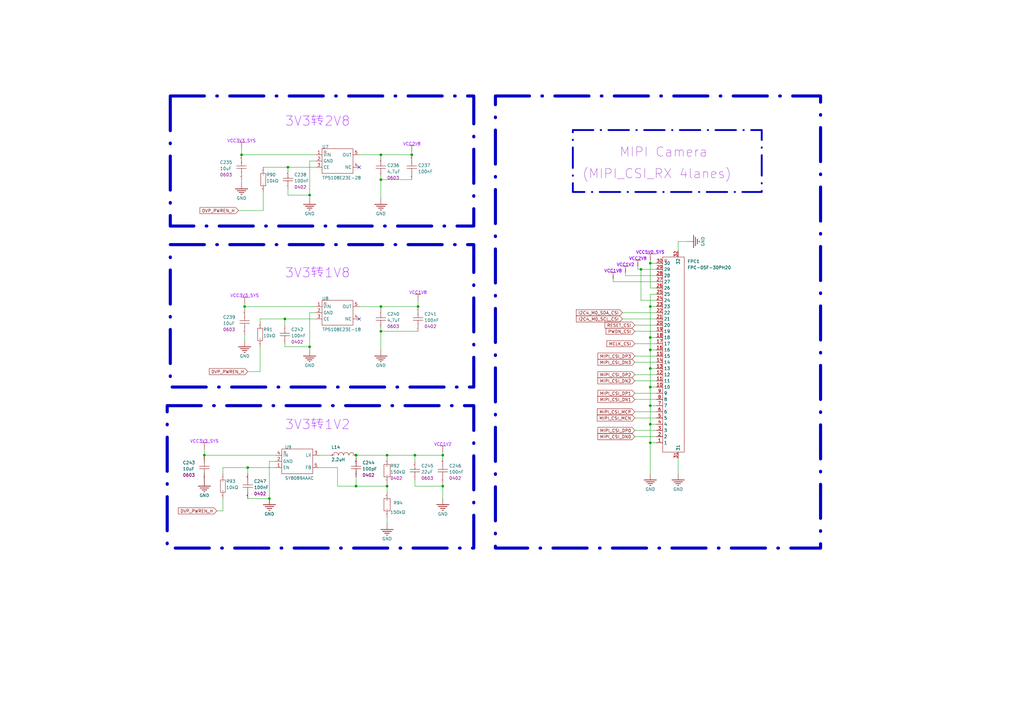
<source format=kicad_sch>
(kicad_sch (version 20250114) (generator "eeschema") (generator_version "9.0")
  (paper "A3")
  (lib_symbols
    (symbol "Ground-GND_1" (power) (pin_numbers (hide yes)) (pin_names (hide yes))
      (property "Value" "GND" (at 0 -6.35 0))
      (symbol "Ground-GND_1_1_0"
        (polyline (pts (xy -2.54 -2.54) (xy 2.54 -2.54)) (stroke (width 0.254)))
        (polyline (pts (xy -1.778 -3.302) (xy 1.778 -3.302)) (stroke (width 0.254)))
        (polyline (pts (xy -1.016 -4.064) (xy 1.016 -4.064)) (stroke (width 0.254)))
        (polyline (pts (xy -0.254 -4.826) (xy 0.254 -4.826)) (stroke (width 0.254)))
        (pin power_in line (at 0 0 270) (length 2.54) (name "") (number "1"))
      )
    )
    (symbol "Ground-GND_2" (power) (pin_numbers (hide yes)) (pin_names (hide yes))
      (property "Value" "GND" (at 0 -6.35 0))
      (symbol "Ground-GND_2_1_0"
        (polyline (pts (xy -2.54 -2.54) (xy 2.54 -2.54)) (stroke (width 0.254)))
        (polyline (pts (xy -1.778 -3.302) (xy 1.778 -3.302)) (stroke (width 0.254)))
        (polyline (pts (xy -1.016 -4.064) (xy 1.016 -4.064)) (stroke (width 0.254)))
        (polyline (pts (xy -0.254 -4.826) (xy 0.254 -4.826)) (stroke (width 0.254)))
        (pin power_in line (at 0 0 270) (length 2.54) (name "") (number "1"))
      )
    )
    (symbol "Ground-GND_3" (power) (pin_numbers (hide yes)) (pin_names (hide yes))
      (property "Value" "GND" (at 0 -6.35 0))
      (symbol "Ground-GND_3_1_0"
        (polyline (pts (xy -2.54 -2.54) (xy 2.54 -2.54)) (stroke (width 0.254)))
        (polyline (pts (xy -1.778 -3.302) (xy 1.778 -3.302)) (stroke (width 0.254)))
        (polyline (pts (xy -1.016 -4.064) (xy 1.016 -4.064)) (stroke (width 0.254)))
        (polyline (pts (xy -0.254 -4.826) (xy 0.254 -4.826)) (stroke (width 0.254)))
        (pin power_in line (at 0 0 270) (length 2.54) (name "") (number "1"))
      )
    )
    (symbol "Ground-GND_4" (power) (pin_numbers (hide yes)) (pin_names (hide yes))
      (property "Value" "GND" (at 0 -6.35 0))
      (symbol "Ground-GND_4_1_0"
        (polyline (pts (xy -2.54 -2.54) (xy 2.54 -2.54)) (stroke (width 0.254)))
        (polyline (pts (xy -1.778 -3.302) (xy 1.778 -3.302)) (stroke (width 0.254)))
        (polyline (pts (xy -1.016 -4.064) (xy 1.016 -4.064)) (stroke (width 0.254)))
        (polyline (pts (xy -0.254 -4.826) (xy 0.254 -4.826)) (stroke (width 0.254)))
        (pin power_in line (at 0 0 270) (length 2.54) (name "") (number "1"))
      )
    )
    (symbol "LCSC Taish-easyedapro:0402CG101J500NT"
      (property "Reference" "C" (at 0 0 0))
      (symbol "0402CG101J500NT_1_0"
        (polyline (pts (xy -1.27 0) (xy -0.508 0)))
        (polyline (pts (xy -0.508 2.032) (xy -0.508 -2.032)))
        (polyline (pts (xy 0.508 2.032) (xy 0.508 -2.032)))
        (polyline (pts (xy 0.508 0) (xy 1.27 0)))
        (pin input line (at -3.81 0 0) (length 2.54) (name "1") (number "1"))
        (pin input line (at 3.81 0 180) (length 2.54) (name "2") (number "2"))
      )
    )
    (symbol "LCSC Taish-easyedapro:0603X106M100"
      (property "Reference" "C" (at 0 0 0))
      (symbol "0603X106M100_1_0"
        (polyline (pts (xy -0.508 0) (xy -2.54 0)))
        (polyline (pts (xy -0.508 -2.032) (xy -0.508 2.032)))
        (polyline (pts (xy 0.508 2.032) (xy 0.508 -2.032)))
        (polyline (pts (xy 2.54 0) (xy 0.508 0)))
        (pin input line (at -5.08 0 0) (length 2.54) (name "1") (number "1"))
        (pin input line (at 5.08 0 180) (length 2.54) (name "2") (number "2"))
      )
    )
    (symbol "LCSC Taish-easyedapro:CL05B104KB54PNC"
      (property "Reference" "C" (at 0 0 0))
      (symbol "CL05B104KB54PNC_1_0"
        (polyline (pts (xy -0.508 2.032) (xy -0.508 -2.032)))
        (polyline (pts (xy -0.508 0) (xy -2.54 0)))
        (polyline (pts (xy 0.508 -2.032) (xy 0.508 2.032)))
        (polyline (pts (xy 2.54 0) (xy 0.508 0)))
        (pin input line (at -5.08 0 0) (length 2.54) (name "1") (number "1"))
        (pin input line (at 5.08 0 180) (length 2.54) (name "2") (number "2"))
      )
    )
    (symbol "LCSC Taish-easyedapro:CL05B104KO5NNNC"
      (property "Reference" "C" (at 0 0 0))
      (symbol "CL05B104KO5NNNC_1_0"
        (polyline (pts (xy -1.27 0) (xy -0.508 0)))
        (polyline (pts (xy -0.508 2.032) (xy -0.508 -2.032)))
        (polyline (pts (xy 0.508 2.032) (xy 0.508 -2.032)))
        (polyline (pts (xy 0.508 0) (xy 1.27 0)))
        (pin input line (at -3.81 0 0) (length 2.54) (name "1") (number "1"))
        (pin input line (at 3.81 0 180) (length 2.54) (name "2") (number "2"))
      )
    )
    (symbol "LCSC Taish-easyedapro:CL10A475KO8NNNC"
      (property "Reference" "C" (at 0 0 0))
      (symbol "CL10A475KO8NNNC_1_0"
        (polyline (pts (xy -1.27 0) (xy -0.508 0)))
        (polyline (pts (xy -0.508 2.032) (xy -0.508 -2.032)))
        (polyline (pts (xy 0.508 2.032) (xy 0.508 -2.032)))
        (polyline (pts (xy 0.508 0) (xy 1.27 0)))
        (pin input line (at -3.81 0 0) (length 2.54) (name "1") (number "1"))
        (pin input line (at 3.81 0 180) (length 2.54) (name "2") (number "2"))
      )
    )
    (symbol "LCSC Taish-easyedapro:CRCW040210K0FKED"
      (property "Reference" "R" (at 0 0 0))
      (symbol "CRCW040210K0FKED_1_0"
        (rectangle (start -2.54 -1.016) (end 2.54 1.016))
        (pin input line (at -5.08 0 0) (length 2.54) (name "1") (number "1"))
        (pin input line (at 5.08 0 180) (length 2.54) (name "2") (number "2"))
      )
    )
    (symbol "LCSC Taish-easyedapro:ERJ2RKF1503X"
      (property "Reference" "R" (at 0 0 0))
      (symbol "ERJ2RKF1503X_1_0"
        (rectangle (start -2.54 -1.27) (end 2.54 1.27))
        (pin input line (at -5.08 0 0) (length 2.54) (name "1") (number "1"))
        (pin input line (at 5.08 0 180) (length 2.54) (name "2") (number "2"))
      )
    )
    (symbol "LCSC Taish-easyedapro:FPC-05F-30PH20"
      (symbol "FPC-05F-30PH20_1_0"
        (rectangle (start -2.54 -39.37) (end 6.35 40.64))
        (circle (center -1.27 39.37) (radius 0.381))
        (pin input line (at -5.08 38.1 0) (length 2.54) (name "30") (number "30"))
        (pin input line (at -5.08 35.56 0) (length 2.54) (name "29") (number "29"))
        (pin input line (at -5.08 33.02 0) (length 2.54) (name "28") (number "28"))
        (pin input line (at -5.08 30.48 0) (length 2.54) (name "27") (number "27"))
        (pin input line (at -5.08 27.94 0) (length 2.54) (name "26") (number "26"))
        (pin input line (at -5.08 25.4 0) (length 2.54) (name "25") (number "25"))
        (pin input line (at -5.08 22.86 0) (length 2.54) (name "24") (number "24"))
        (pin input line (at -5.08 20.32 0) (length 2.54) (name "23") (number "23"))
        (pin input line (at -5.08 17.78 0) (length 2.54) (name "22") (number "22"))
        (pin input line (at -5.08 15.24 0) (length 2.54) (name "21") (number "21"))
        (pin input line (at -5.08 12.7 0) (length 2.54) (name "20") (number "20"))
        (pin input line (at -5.08 10.16 0) (length 2.54) (name "19") (number "19"))
        (pin input line (at -5.08 7.62 0) (length 2.54) (name "18") (number "18"))
        (pin input line (at -5.08 5.08 0) (length 2.54) (name "17") (number "17"))
        (pin input line (at -5.08 2.54 0) (length 2.54) (name "16") (number "16"))
        (pin input line (at -5.08 0 0) (length 2.54) (name "15") (number "15"))
        (pin input line (at -5.08 -2.54 0) (length 2.54) (name "14") (number "14"))
        (pin input line (at -5.08 -5.08 0) (length 2.54) (name "13") (number "13"))
        (pin input line (at -5.08 -7.62 0) (length 2.54) (name "12") (number "12"))
        (pin input line (at -5.08 -10.16 0) (length 2.54) (name "11") (number "11"))
        (pin input line (at -5.08 -12.7 0) (length 2.54) (name "10") (number "10"))
        (pin input line (at -5.08 -15.24 0) (length 2.54) (name "9") (number "9"))
        (pin input line (at -5.08 -17.78 0) (length 2.54) (name "8") (number "8"))
        (pin input line (at -5.08 -20.32 0) (length 2.54) (name "7") (number "7"))
        (pin input line (at -5.08 -22.86 0) (length 2.54) (name "6") (number "6"))
        (pin input line (at -5.08 -25.4 0) (length 2.54) (name "5") (number "5"))
        (pin input line (at -5.08 -27.94 0) (length 2.54) (name "4") (number "4"))
        (pin input line (at -5.08 -30.48 0) (length 2.54) (name "3") (number "3"))
        (pin input line (at -5.08 -33.02 0) (length 2.54) (name "2") (number "2"))
        (pin input line (at -5.08 -35.56 0) (length 2.54) (name "1") (number "1"))
        (pin input line (at 3.81 43.18 270) (length 2.54) (name "32") (number "32"))
        (pin input line (at 3.81 -41.91 90) (length 2.54) (name "31") (number "31"))
      )
    )
    (symbol "LCSC Taish-easyedapro:GRT188R61A226ME13D"
      (property "Reference" "C" (at 0 0 0))
      (symbol "GRT188R61A226ME13D_1_0"
        (polyline (pts (xy -1.27 0) (xy -0.508 0)))
        (polyline (pts (xy -0.508 2.032) (xy -0.508 -2.032)))
        (polyline (pts (xy 0.508 2.032) (xy 0.508 -2.032)))
        (polyline (pts (xy 0.508 0) (xy 1.27 0)))
        (pin input line (at -3.81 0 0) (length 2.54) (name "1") (number "1"))
        (pin input line (at 3.81 0 180) (length 2.54) (name "2") (number "2"))
      )
    )
    (symbol "LCSC Taish-easyedapro:Ground-GND" (power) (pin_numbers (hide yes)) (pin_names (hide yes))
      (symbol "Ground-GND_1_0"
        (polyline (pts (xy -2.54 -2.54) (xy 2.54 -2.54)) (stroke (width 0.254)))
        (polyline (pts (xy -1.778 -3.302) (xy 1.778 -3.302)) (stroke (width 0.254)))
        (polyline (pts (xy -1.016 -4.064) (xy 1.016 -4.064)) (stroke (width 0.254)))
        (polyline (pts (xy -0.254 -4.826) (xy 0.254 -4.826)) (stroke (width 0.254)))
        (pin power_in line (at 0 0 270) (length 2.54) (name "GND") (number "1"))
      )
    )
    (symbol "LCSC Taish-easyedapro:Power-VCC" (power) (pin_numbers (hide yes)) (pin_names (hide yes))
      (symbol "Power-VCC_1_0"
        (polyline (pts (xy -1.27 2.54) (xy 1.27 2.54)))
        (polyline (pts (xy 0 2.54) (xy 0 1.27)))
        (pin power_in line (at 0 0 90) (length 1.27) (name "VCC1V8") (number "1"))
      )
    )
    (symbol "LCSC Taish-easyedapro:SWPA3015S2R2MT"
      (property "Reference" "L" (at 0 0 0))
      (symbol "SWPA3015S2R2MT_1_0"
        (arc (start -4.2672 0) (mid -3.2512 1.0922) (end -2.2606 0))
        (arc (start -2.1082 0) (mid -1.1176 1.0922) (end -0.1016 0))
        (arc (start 0 0) (mid 1.016 1.0922) (end 2.032 0))
        (arc (start 2.2098 0) (mid 3.2004 1.0922) (end 4.2164 0))
        (pin input line (at -5.08 0 0) (length 0.762) (name "1") (number "1"))
        (pin input line (at 5.08 0 180) (length 0.762) (name "2") (number "2"))
      )
    )
    (symbol "LCSC Taish-easyedapro:SY8089AAC"
      (symbol "SY8089AAC_1_0"
        (rectangle (start -6.35 -5.08) (end 6.35 5.08))
        (circle (center -5.08 3.81) (radius 0.381))
        (pin input line (at -8.89 2.54 0) (length 2.54) (name "IN") (number "4"))
        (pin input line (at -8.89 0 0) (length 2.54) (name "GND") (number "2"))
        (pin input line (at -8.89 -2.54 0) (length 2.54) (name "EN") (number "1"))
        (pin input line (at 8.89 2.54 180) (length 2.54) (name "LX") (number "3"))
        (pin input line (at 8.89 -2.54 180) (length 2.54) (name "FB") (number "5"))
      )
    )
    (symbol "LCSC Taish-easyedapro:TP5108E23E-18"
      (property "Reference" "U" (at 0 0 0))
      (symbol "TP5108E23E-18_1_0"
        (rectangle (start -7.62 -5.08) (end 5.08 5.08))
        (circle (center -6.35 3.81) (radius 0.381))
        (pin input line (at -10.16 2.54 0) (length 2.54) (name "VIN") (number "1"))
        (pin input line (at -10.16 0 0) (length 2.54) (name "GND") (number "2"))
        (pin input line (at -10.16 -2.54 0) (length 2.54) (name "CE") (number "3"))
        (pin input line (at 7.62 2.54 180) (length 2.54) (name "OUT") (number "5"))
        (pin input line (at 7.62 -2.54 180) (length 2.54) (name "NC") (number "4"))
      )
    )
    (symbol "LCSC Taish-easyedapro:TP5108E23E-28"
      (property "Reference" "U" (at 0 0 0))
      (symbol "TP5108E23E-28_1_0"
        (rectangle (start -7.62 -5.08) (end 5.08 5.08))
        (circle (center -6.35 3.81) (radius 0.381))
        (pin input line (at -10.16 2.54 0) (length 2.54) (name "VIN") (number "1"))
        (pin input line (at -10.16 0 0) (length 2.54) (name "GND") (number "2"))
        (pin input line (at -10.16 -2.54 0) (length 2.54) (name "CE") (number "3"))
        (pin input line (at 7.62 2.54 180) (length 2.54) (name "OUT") (number "5"))
        (pin input line (at 7.62 -2.54 180) (length 2.54) (name "NC") (number "4"))
      )
    )
  )
  (rectangle (start 69.85 39.37) (end 194.31 92.71) (stroke (width 1.27) (type dash_dot)))
  (rectangle (start 203.2 39.37) (end 336.55 224.79) (stroke (width 1.27) (type dash_dot)))
  (rectangle (start 234.95 53.34) (end 312.42 78.74) (stroke (width 0.762) (type dash_dot)))
  (rectangle (start 68.58 166.37) (end 194.31 224.79) (stroke (width 1.27) (type dash_dot)))
  (rectangle (start 69.85 100.33) (end 194.31 158.75) (stroke (width 1.27) (type dash_dot)))
  (text "(MIPI_CSI_RX 4lanes)" (at 238.76 73.66 0) (effects (font (size 3.81 3.81)) (justify left bottom)))
  (text "3V3转1V2" (at 116.84 176.53 0) (effects (font (size 3.81 3.81)) (justify left bottom)))
  (text "MIPI Camera" (at 254 64.77 0) (effects (font (size 3.81 3.81)) (justify left bottom)))
  (text "3V3转1V8" (at 116.84 114.3 0) (effects (font (size 3.81 3.81)) (justify left bottom)))
  (text "3V3转2V8" (at 116.84 52.07 0) (effects (font (size 3.81 3.81)) (justify left bottom)))
  (junction (at 168.91 63.5))
  (junction (at 100.33 125.73))
  (junction (at 181.61 186.69))
  (junction (at 181.61 199.39))
  (junction (at 266.7 138.43))
  (junction (at 146.05 186.69))
  (junction (at 83.82 186.69))
  (junction (at 127 80.01))
  (junction (at 158.75 186.69))
  (junction (at 266.7 125.73))
  (junction (at 116.84 130.81))
  (junction (at 171.45 125.73))
  (junction (at 158.75 199.39))
  (junction (at 266.7 158.75))
  (junction (at 156.21 73.66))
  (junction (at 127 142.24))
  (junction (at 146.05 199.39))
  (junction (at 266.7 143.51))
  (junction (at 156.21 135.89))
  (junction (at 266.7 166.37))
  (junction (at 266.7 107.95))
  (junction (at 110.49 204.47))
  (junction (at 170.18 186.69))
  (junction (at 266.7 151.13))
  (junction (at 99.06 63.5))
  (junction (at 156.21 63.5))
  (junction (at 266.7 173.99))
  (junction (at 266.7 181.61))
  (junction (at 156.21 125.73))
  (junction (at 118.11 68.58))
  (junction (at 262.89 110.49))
  (junction (at 101.6 191.77))
  (no_connect (at 147.32 68.58))
  (no_connect (at 147.32 130.81))
  (wire (pts (xy 156.21 63.5) (xy 147.32 63.5)))
  (wire (pts (xy 255.27 128.27) (xy 269.24 128.27)))
  (wire (pts (xy 156.21 73.66) (xy 156.21 72.39)))
  (wire (pts (xy 99.06 63.5) (xy 129.54 63.5)))
  (wire (pts (xy 266.7 125.73) (xy 269.24 125.73)))
  (wire (pts (xy 91.44 191.77) (xy 101.6 191.77)))
  (wire (pts (xy 101.6 152.4) (xy 106.68 152.4)))
  (wire (pts (xy 171.45 123.19) (xy 171.45 125.73)))
  (wire (pts (xy 146.05 195.58) (xy 146.05 199.39)))
  (wire (pts (xy 156.21 125.73) (xy 156.21 127)))
  (wire (pts (xy 130.81 186.69) (xy 135.89 186.69)))
  (wire (pts (xy 266.7 106.68) (xy 266.7 107.95)))
  (wire (pts (xy 88.9 209.55) (xy 91.44 209.55)))
  (wire (pts (xy 129.54 68.58) (xy 118.11 68.58)))
  (wire (pts (xy 106.68 152.4) (xy 106.68 142.24)))
  (wire (pts (xy 269.24 146.05) (xy 260.35 146.05)))
  (wire (pts (xy 168.91 63.5) (xy 156.21 63.5)))
  (wire (pts (xy 269.24 107.95) (xy 266.7 107.95)))
  (wire (pts (xy 138.43 191.77) (xy 138.43 199.39)))
  (wire (pts (xy 266.7 120.65) (xy 269.24 120.65)))
  (wire (pts (xy 181.61 204.47) (xy 181.61 199.39)))
  (wire (pts (xy 156.21 73.66) (xy 156.21 81.28)))
  (wire (pts (xy 266.7 138.43) (xy 269.24 138.43)))
  (wire (pts (xy 269.24 161.29) (xy 260.35 161.29)))
  (wire (pts (xy 91.44 191.77) (xy 91.44 194.31)))
  (wire (pts (xy 269.24 153.67) (xy 260.35 153.67)))
  (wire (pts (xy 170.18 199.39) (xy 170.18 196.85)))
  (wire (pts (xy 181.61 186.69) (xy 170.18 186.69)))
  (wire (pts (xy 158.75 199.39) (xy 158.75 198.12)))
  (wire (pts (xy 266.7 158.75) (xy 266.7 151.13)))
  (wire (pts (xy 266.7 143.51) (xy 266.7 138.43)))
  (wire (pts (xy 251.46 115.57) (xy 269.24 115.57)))
  (wire (pts (xy 127 81.28) (xy 127 80.01)))
  (wire (pts (xy 100.33 125.73) (xy 100.33 127)))
  (wire (pts (xy 278.13 102.87) (xy 278.13 99.06)))
  (wire (pts (xy 127 142.24) (xy 127 143.51)))
  (wire (pts (xy 269.24 168.91) (xy 260.35 168.91)))
  (wire (pts (xy 269.24 148.59) (xy 260.35 148.59)))
  (wire (pts (xy 266.7 158.75) (xy 269.24 158.75)))
  (wire (pts (xy 269.24 179.07) (xy 260.35 179.07)))
  (wire (pts (xy 262.89 110.49) (xy 269.24 110.49)))
  (wire (pts (xy 266.7 138.43) (xy 266.7 125.73)))
  (wire (pts (xy 138.43 191.77) (xy 130.81 191.77)))
  (wire (pts (xy 107.95 78.74) (xy 107.95 86.36)))
  (wire (pts (xy 116.84 142.24) (xy 127 142.24)))
  (wire (pts (xy 171.45 135.89) (xy 156.21 135.89)))
  (wire (pts (xy 266.7 181.61) (xy 266.7 173.99)))
  (wire (pts (xy 110.49 204.47) (xy 110.49 189.23)))
  (wire (pts (xy 158.75 214.63) (xy 158.75 212.09)))
  (wire (pts (xy 181.61 199.39) (xy 181.61 198.12)))
  (wire (pts (xy 129.54 125.73) (xy 100.33 125.73)))
  (wire (pts (xy 156.21 63.5) (xy 156.21 64.77)))
  (wire (pts (xy 101.6 194.31) (xy 101.6 191.77)))
  (wire (pts (xy 266.7 181.61) (xy 266.7 194.31)))
  (wire (pts (xy 269.24 113.03) (xy 256.54 113.03)))
  (wire (pts (xy 269.24 163.83) (xy 260.35 163.83)))
  (wire (pts (xy 266.7 166.37) (xy 269.24 166.37)))
  (wire (pts (xy 146.05 199.39) (xy 138.43 199.39)))
  (wire (pts (xy 266.7 118.11) (xy 266.7 107.95)))
  (wire (pts (xy 100.33 124.46) (xy 100.33 125.73)))
  (wire (pts (xy 110.49 204.47) (xy 101.6 204.47)))
  (wire (pts (xy 116.84 133.35) (xy 116.84 130.81)))
  (wire (pts (xy 156.21 73.66) (xy 168.91 73.66)))
  (wire (pts (xy 91.44 209.55) (xy 91.44 204.47)))
  (wire (pts (xy 158.75 186.69) (xy 158.75 187.96)))
  (wire (pts (xy 266.7 151.13) (xy 266.7 143.51)))
  (wire (pts (xy 262.89 123.19) (xy 262.89 110.49)))
  (wire (pts (xy 255.27 130.81) (xy 269.24 130.81)))
  (wire (pts (xy 269.24 156.21) (xy 260.35 156.21)))
  (wire (pts (xy 101.6 191.77) (xy 113.03 191.77)))
  (wire (pts (xy 170.18 186.69) (xy 170.18 189.23)))
  (wire (pts (xy 100.33 139.7) (xy 100.33 137.16)))
  (wire (pts (xy 156.21 143.51) (xy 156.21 135.89)))
  (wire (pts (xy 116.84 140.97) (xy 116.84 142.24)))
  (wire (pts (xy 266.7 151.13) (xy 269.24 151.13)))
  (wire (pts (xy 181.61 186.69) (xy 181.61 187.96)))
  (wire (pts (xy 146.05 186.69) (xy 146.05 187.96)))
  (wire (pts (xy 106.68 130.81) (xy 106.68 132.08)))
  (wire (pts (xy 266.7 181.61) (xy 269.24 181.61)))
  (wire (pts (xy 129.54 128.27) (xy 127 128.27)))
  (wire (pts (xy 107.95 68.58) (xy 118.11 68.58)))
  (wire (pts (xy 269.24 140.97) (xy 260.35 140.97)))
  (wire (pts (xy 266.7 166.37) (xy 266.7 158.75)))
  (wire (pts (xy 127 66.04) (xy 129.54 66.04)))
  (wire (pts (xy 269.24 135.89) (xy 260.35 135.89)))
  (wire (pts (xy 181.61 185.42) (xy 181.61 186.69)))
  (wire (pts (xy 99.06 60.96) (xy 99.06 63.5)))
  (wire (pts (xy 127 80.01) (xy 118.11 80.01)))
  (wire (pts (xy 266.7 173.99) (xy 269.24 173.99)))
  (wire (pts (xy 83.82 186.69) (xy 113.03 186.69)))
  (wire (pts (xy 118.11 80.01) (xy 118.11 77.47)))
  (wire (pts (xy 261.62 110.49) (xy 262.89 110.49)))
  (wire (pts (xy 97.79 86.36) (xy 107.95 86.36)))
  (wire (pts (xy 256.54 111.76) (xy 256.54 113.03)))
  (wire (pts (xy 269.24 171.45) (xy 260.35 171.45)))
  (wire (pts (xy 269.24 133.35) (xy 260.35 133.35)))
  (wire (pts (xy 266.7 143.51) (xy 269.24 143.51)))
  (wire (pts (xy 158.75 201.93) (xy 158.75 199.39)))
  (wire (pts (xy 118.11 69.85) (xy 118.11 68.58)))
  (wire (pts (xy 127 80.01) (xy 127 66.04)))
  (wire (pts (xy 269.24 118.11) (xy 266.7 118.11)))
  (wire (pts (xy 127 142.24) (xy 127 128.27)))
  (wire (pts (xy 168.91 62.23) (xy 168.91 63.5)))
  (wire (pts (xy 278.13 187.96) (xy 278.13 194.31)))
  (wire (pts (xy 158.75 186.69) (xy 146.05 186.69)))
  (wire (pts (xy 146.05 199.39) (xy 158.75 199.39)))
  (wire (pts (xy 251.46 114.3) (xy 251.46 115.57)))
  (wire (pts (xy 156.21 134.62) (xy 156.21 135.89)))
  (wire (pts (xy 266.7 173.99) (xy 266.7 166.37)))
  (wire (pts (xy 106.68 130.81) (xy 116.84 130.81)))
  (wire (pts (xy 261.62 109.22) (xy 261.62 110.49)))
  (wire (pts (xy 269.24 176.53) (xy 260.35 176.53)))
  (wire (pts (xy 278.13 99.06) (xy 281.94 99.06)))
  (wire (pts (xy 266.7 125.73) (xy 266.7 120.65)))
  (wire (pts (xy 156.21 125.73) (xy 147.32 125.73)))
  (wire (pts (xy 170.18 186.69) (xy 158.75 186.69)))
  (wire (pts (xy 83.82 186.69) (xy 83.82 184.15)))
  (wire (pts (xy 99.06 73.66) (xy 99.06 74.93)))
  (wire (pts (xy 171.45 125.73) (xy 156.21 125.73)))
  (wire (pts (xy 110.49 189.23) (xy 113.03 189.23)))
  (wire (pts (xy 181.61 199.39) (xy 170.18 199.39)))
  (wire (pts (xy 262.89 123.19) (xy 269.24 123.19)))
  (wire (pts (xy 129.54 130.81) (xy 116.84 130.81)))
  (global_label "MIPI_CSI_DN3" (shape input) (at 260.35 148.59 180) (property "Intersheetrefs" "${INTERSHEET_REFS}" (effects (hide yes))))
  (global_label "MIPI_CSI_MCN" (shape input) (at 260.35 171.45 180) (property "Intersheetrefs" "${INTERSHEET_REFS}" (effects (hide yes))))
  (global_label "MIPI_CSI_DP0" (shape input) (at 260.35 176.53 180) (property "Intersheetrefs" "${INTERSHEET_REFS}" (effects (hide yes))))
  (global_label "MCLK_CSI" (shape input) (at 260.35 140.97 180) (property "Intersheetrefs" "${INTERSHEET_REFS}" (effects (hide yes))))
  (global_label "MIPI_CSI_DP2" (shape input) (at 260.35 153.67 180) (property "Intersheetrefs" "${INTERSHEET_REFS}" (effects (hide yes))))
  (global_label "MIPI_CSI_DP3" (shape input) (at 260.35 146.05 180) (property "Intersheetrefs" "${INTERSHEET_REFS}" (effects (hide yes))))
  (global_label "I2C4_M0_SCL_CSI" (shape input) (at 255.27 130.81 180) (property "Intersheetrefs" "${INTERSHEET_REFS}" (effects (hide yes))))
  (global_label "MIPI_CSI_MCP" (shape input) (at 260.35 168.91 180) (property "Intersheetrefs" "${INTERSHEET_REFS}" (effects (hide yes))))
  (global_label "MIPI_CSI_DN0" (shape input) (at 260.35 179.07 180) (property "Intersheetrefs" "${INTERSHEET_REFS}" (effects (hide yes))))
  (global_label "PWDN_CSI" (shape input) (at 260.35 135.89 180) (property "Intersheetrefs" "${INTERSHEET_REFS}" (effects (hide yes))))
  (global_label "DVP_PWREN_H" (shape input) (at 88.9 209.55 180) (property "Intersheetrefs" "${INTERSHEET_REFS}" (effects (hide yes))))
  (global_label "MIPI_CSI_DN1" (shape input) (at 260.35 163.83 180) (property "Intersheetrefs" "${INTERSHEET_REFS}" (effects (hide yes))))
  (global_label "DVP_PWREN_H" (shape input) (at 101.6 152.4 180) (property "Intersheetrefs" "${INTERSHEET_REFS}" (effects (hide yes))))
  (global_label "I2C4_M0_SDA_CSI" (shape input) (at 255.27 128.27 180) (property "Intersheetrefs" "${INTERSHEET_REFS}" (effects (hide yes))))
  (global_label "MIPI_CSI_DP1" (shape input) (at 260.35 161.29 180) (property "Intersheetrefs" "${INTERSHEET_REFS}" (effects (hide yes))))
  (global_label "MIPI_CSI_DN2" (shape input) (at 260.35 156.21 180) (property "Intersheetrefs" "${INTERSHEET_REFS}" (effects (hide yes))))
  (global_label "RESET_CSI" (shape input) (at 260.35 133.35 180) (property "Intersheetrefs" "${INTERSHEET_REFS}" (effects (hide yes))))
  (global_label "DVP_PWREN_H" (shape input) (at 97.79 86.36 180) (property "Intersheetrefs" "${INTERSHEET_REFS}" (effects (hide yes))))
  (symbol (lib_id "LCSC Taish-easyedapro:Power-VCC") (at 171.45 123.19 0) (unit 1)
    (property "Reference" "#PWR0325" (effects (hide yes)))
    (property "Value" "VCC1V8" (at 171.45 120.65 0) (effects (justify bottom)))
    (property "Footprint" "LCSC Taish-easyedapro:" (effects (hide yes)))
  )
  (symbol (lib_id "LCSC Taish-easyedapro:Ground-GND") (at 156.21 81.28 0) (unit 1)
    (property "Reference" "#PWR0343" (effects (hide yes)))
    (property "Value" "GND" (at 156.21 87.63 0))
    (property "Footprint" "LCSC Taish-easyedapro:" (effects (hide yes)))
  )
  (symbol (lib_name "Ground-GND_1") (lib_id "LCSC Taish-easyedapro:Ground-GND") (at 83.82 196.85 0) (unit 1)
    (property "Reference" "#PWR0337" (effects (hide yes)))
    (property "Value" "GND" (at 83.82 203.2 0))
    (property "Footprint" "LCSC Taish-easyedapro:" (effects (hide yes)))
  )
  (symbol (lib_id "LCSC Taish-easyedapro:TP5108E23E-18") (at 139.7 128.27 0) (unit 1)
    (property "Reference" "U8" (at 132.08 123.19 0) (effects (justify left bottom)))
    (property "Value" "TP5108E23E-18" (at 132.08 135.89 0) (effects (justify left bottom)))
    (property "Footprint" "LCSC Taish-easyedapro:SOT-23-5_L3.0-W1.7-P0.95-LS2.8-BL" (effects (hide yes)))
    (property "Datasheet" "https://atta.szlcsc.com/upload/public/pdf/source/20210810/AA08377C81F8353E2F8C5F8FC160FE00.pdf" (effects (hide yes)))
    (property "Description" "输出类型:-;" (effects (hide yes)))
    (property "Manufacturer Part" "TP5108E23E-18" (effects (hide yes)))
    (property "Manufacturer" "TECH PUBLIC(台舟)" (effects (hide yes)))
    (property "Supplier Part" "C907845" (effects (hide yes)))
    (property "Supplier" "LCSC" (effects (hide yes)))
    (property "LCSC Part Name" "TP5108E23E-18" (effects (hide yes)))
  )
  (symbol (lib_id "LCSC Taish-easyedapro:Power-VCC") (at 251.46 114.3 0) (unit 1)
    (property "Reference" "#PWR0321" (effects (hide yes)))
    (property "Value" "VCC1V8" (at 251.46 111.76 0) (effects (justify bottom)))
    (property "Footprint" "LCSC Taish-easyedapro:" (effects (hide yes)))
  )
  (symbol (lib_id "LCSC Taish-easyedapro:Power-VCC") (at 83.82 184.15 0) (unit 1)
    (property "Reference" "#PWR0341" (effects (hide yes)))
    (property "Value" "VCC3V3_SYS" (at 83.82 181.61 0) (effects (justify bottom)))
    (property "Footprint" "LCSC Taish-easyedapro:" (effects (hide yes)))
  )
  (symbol (lib_id "LCSC Taish-easyedapro:GRT188R61A226ME13D") (at 170.18 193.04 90) (unit 1)
    (property "Reference" "C245" (at 172.72 191.77 90) (effects (justify right top)))
    (property "Value" "22uF" (at 172.72 194.31 90) (effects (justify right top)))
    (property "Footprint" "LCSC Taish-easyedapro:C0603" (effects (hide yes)))
    (property "Datasheet" "https://atta.szlcsc.com/upload/public/pdf/source/20160103/1457707740762.pdf" (effects (hide yes)))
    (property "Description" "容值:22uF;精度:±20%;额定电压:10V;材质(温度系数):X5R;" (effects (hide yes)))
    (property "Manufacturer Part" "CL10A226MQ8NRNC" (effects (hide yes)))
    (property "Manufacturer" "SAMSUNG(三星)" (effects (hide yes)))
    (property "Supplier Part" "C59461" (effects (hide yes)))
    (property "Supplier" "LCSC" (effects (hide yes)))
    (property "LCSC Part Name" "22uF ±20% 6.3V" (effects (hide yes)))
    (property "Supplier Footprint" "0603" (at 172.72 196.85 90) (effects (justify right top)))
  )
  (symbol (lib_id "LCSC Taish-easyedapro:0402CG101J500NT") (at 146.05 191.77 90) (unit 1)
    (property "Reference" "C244" (at 148.59 190.5 90) (effects (justify right top)))
    (property "Value" "100pF" (at 148.59 193.04 90) (effects (justify right top)))
    (property "Footprint" "Capacitor_SMD:C_0402_1005Metric" (effects (hide yes)))
    (property "Datasheet" "https://atta.szlcsc.com/upload/public/pdf/source/20170923/C1546_1506149265265988353.pdf" (effects (hide yes)))
    (property "Description" "容值:100pF;精度:±5%;额定电压:50V;材质(温度系数):C0G;" (effects (hide yes)))
    (property "Manufacturer Part" "0402CG101J500NT" (effects (hide yes)))
    (property "Manufacturer" "FH(风华)" (effects (hide yes)))
    (property "Supplier Part" "C1546" (effects (hide yes)))
    (property "Supplier" "LCSC" (effects (hide yes)))
    (property "LCSC Part Name" "100pF±5%50V" (effects (hide yes)))
    (property "JLCPCB Part Class" "BasicPart" (effects (hide yes)))
    (property "Supplier Footprint" "0402" (at 148.59 195.58 90) (effects (justify right top)))
  )
  (symbol (lib_id "LCSC Taish-easyedapro:Power-VCC") (at 100.33 124.46 0) (unit 1)
    (property "Reference" "#PWR0332" (effects (hide yes)))
    (property "Value" "VCC3V3_SYS" (at 100.33 121.92 0) (effects (justify bottom)))
    (property "Footprint" "LCSC Taish-easyedapro:" (effects (hide yes)))
  )
  (symbol (lib_id "LCSC Taish-easyedapro:CL05B104KB54PNC") (at 101.6 199.39 90) (unit 1)
    (property "Reference" "C247" (at 104.14 198.12 90) (effects (justify right top)))
    (property "Value" "100nF" (at 104.14 200.66 90) (effects (justify right top)))
    (property "Footprint" "Capacitor_SMD:C_0402_1005Metric" (effects (hide yes)))
    (property "Datasheet" "https://atta.szlcsc.com/upload/public/pdf/source/20181009/C307331_222F7C870FD3EA5F46F538B483443886.pdf" (effects (hide yes)))
    (property "Description" "容值:100nF;精度:±10%;额定电压:50V;材质(温度系数):X7R;" (effects (hide yes)))
    (property "Manufacturer Part" "CL05B104KB54PNC" (effects (hide yes)))
    (property "Manufacturer" "SAMSUNG(三星)" (effects (hide yes)))
    (property "Supplier Part" "C307331" (effects (hide yes)))
    (property "Supplier" "LCSC" (effects (hide yes)))
    (property "LCSC Part Name" "100nF±10%50V" (effects (hide yes)))
    (property "Supplier Footprint" "0402" (at 104.14 203.2 90) (effects (justify right top)))
  )
  (symbol (lib_id "LCSC Taish-easyedapro:CRCW040210K0FKED") (at 106.68 137.16 270) (unit 1)
    (property "Reference" "R91" (at 107.95 135.89 90) (effects (justify left bottom)))
    (property "Value" "10kΩ" (at 107.95 138.43 90) (effects (justify left bottom)))
    (property "Footprint" "LCSC Taish-easyedapro:R0402" (effects (hide yes)))
    (property "Datasheet" "https://atta.szlcsc.com/upload/public/pdf/source/20180224/C71617_15194370300791364062.pdf" (effects (hide yes)))
    (property "Description" "电阻类型:厚膜电阻;阻值:10kΩ;精度:±1%;功率:63mW;温度系数:±100ppm/K;最大工作电压:50V;工作温度范围:-55°C~+155°C;" (effects (hide yes)))
    (property "Manufacturer Part" "CRCW040210K0FKED" (effects (hide yes)))
    (property "Manufacturer" "VISHAY(威世)" (effects (hide yes)))
    (property "Supplier Part" "C71617" (effects (hide yes)))
    (property "Supplier" "LCSC" (effects (hide yes)))
    (property "LCSC Part Name" "10kΩ ±1% 63mW" (effects (hide yes)))
  )
  (symbol (lib_id "LCSC Taish-easyedapro:CL05B104KB54PNC") (at 181.61 193.04 90) (unit 1)
    (property "Reference" "C246" (at 184.15 191.77 90) (effects (justify right top)))
    (property "Value" "100nF" (at 184.15 194.31 90) (effects (justify right top)))
    (property "Footprint" "Capacitor_SMD:C_0402_1005Metric" (effects (hide yes)))
    (property "Datasheet" "https://atta.szlcsc.com/upload/public/pdf/source/20181009/C307331_222F7C870FD3EA5F46F538B483443886.pdf" (effects (hide yes)))
    (property "Description" "容值:100nF;精度:±10%;额定电压:50V;材质(温度系数):X7R;" (effects (hide yes)))
    (property "Manufacturer Part" "CL05B104KB54PNC" (effects (hide yes)))
    (property "Manufacturer" "SAMSUNG(三星)" (effects (hide yes)))
    (property "Supplier Part" "C307331" (effects (hide yes)))
    (property "Supplier" "LCSC" (effects (hide yes)))
    (property "LCSC Part Name" "100nF±10%50V" (effects (hide yes)))
    (property "Supplier Footprint" "0402" (at 184.15 196.85 90) (effects (justify right top)))
  )
  (symbol (lib_name "Ground-GND_2") (lib_id "LCSC Taish-easyedapro:Ground-GND") (at 110.49 204.47 0) (unit 1)
    (property "Reference" "#PWR0338" (effects (hide yes)))
    (property "Value" "GND" (at 110.49 210.82 0))
    (property "Footprint" "LCSC Taish-easyedapro:" (effects (hide yes)))
  )
  (symbol (lib_id "LCSC Taish-easyedapro:SWPA3015S2R2MT") (at 140.97 186.69 0) (unit 1)
    (property "Reference" "L14" (at 135.89 184.15 0) (effects (justify left bottom)))
    (property "Value" "2.2uH" (at 135.89 189.23 0) (effects (justify left bottom)))
    (property "Footprint" "LCSC Taish-easyedapro:IND-SMD_L3.0-W3.0" (effects (hide yes)))
    (property "Datasheet" "https://atta.szlcsc.com/upload/public/pdf/source/20210916/AC798BA7E846B7D0B6818F45CD84DB0B.pdf" (effects (hide yes)))
    (property "Description" "电感值:2.2uH;精度:±20%;额定电流:2A;直流电阻(DCR):-;" (effects (hide yes)))
    (property "Manufacturer Part" "SWPA3015S2R2MT" (effects (hide yes)))
    (property "Manufacturer" "Sunlord(顺络)" (effects (hide yes)))
    (property "Supplier Part" "C43389" (effects (hide yes)))
    (property "Supplier" "LCSC" (effects (hide yes)))
    (property "LCSC Part Name" "2.2uH±20%2A" (effects (hide yes)))
    (property "JLCPCB Part Class" "ExtendedPart" (effects (hide yes)))
  )
  (symbol (lib_id "LCSC Taish-easyedapro:0603X106M100") (at 100.33 132.08 90) (unit 1)
    (property "Reference" "C239" (at 91.44 130.81 90) (effects (justify right top)))
    (property "Value" "10uF" (at 91.44 133.35 90) (effects (justify right top)))
    (property "Footprint" "LCSC Taish-easyedapro:C0603" (effects (hide yes)))
    (property "Datasheet" "https://atta.szlcsc.com/upload/public/pdf/source/20160103/1457707703378.pdf" (effects (hide yes)))
    (property "Description" "容值:10uF;精度:±20%;额定电压:10V;材质(温度系数):X5R;" (effects (hide yes)))
    (property "Manufacturer Part" "CL10A106KP8NNNC" (effects (hide yes)))
    (property "Manufacturer" "SAMSUNG(三星)" (effects (hide yes)))
    (property "Supplier Part" "C19702" (effects (hide yes)))
    (property "Supplier" "LCSC" (effects (hide yes)))
    (property "LCSC Part Name" "10uF ±10% 10V" (effects (hide yes)))
    (property "Supplier Footprint" "0603" (at 91.44 135.89 90) (effects (justify right top)))
  )
  (symbol (lib_id "LCSC Taish-easyedapro:Power-VCC") (at 256.54 111.76 0) (unit 1)
    (property "Reference" "#PWR0324" (effects (hide yes)))
    (property "Value" "VCC1V2" (at 256.54 109.22 0) (effects (justify bottom)))
    (property "Footprint" "LCSC Taish-easyedapro:" (effects (hide yes)))
  )
  (symbol (lib_id "LCSC Taish-easyedapro:CL10A475KO8NNNC") (at 156.21 130.81 90) (unit 1)
    (property "Reference" "C240" (at 158.75 129.54 90) (effects (justify right top)))
    (property "Value" "4.7uF" (at 158.75 132.08 90) (effects (justify right top)))
    (property "Footprint" "LCSC Taish-easyedapro:C0603" (effects (hide yes)))
    (property "Datasheet" "https://atta.szlcsc.com/upload/public/pdf/source/20160103/1457707703134.pdf" (effects (hide yes)))
    (property "Description" "容值:4.7uF;精度:±10%;额定电压:16V;材质(温度系数):X5R;" (effects (hide yes)))
    (property "Manufacturer Part" "CL10A475KO8NNNC" (effects (hide yes)))
    (property "Manufacturer" "SAMSUNG(三星)" (effects (hide yes)))
    (property "Supplier Part" "C19666" (effects (hide yes)))
    (property "Supplier" "LCSC" (effects (hide yes)))
    (property "LCSC Part Name" "4.7uF ±10% 16V" (effects (hide yes)))
    (property "Supplier Footprint" "0603" (at 158.75 134.62 90) (effects (justify right top)))
  )
  (symbol (lib_id "LCSC Taish-easyedapro:0603X106M100") (at 99.06 68.58 90) (unit 1)
    (property "Reference" "C235" (at 90.17 67.31 90) (effects (justify right top)))
    (property "Value" "10uF" (at 90.17 69.85 90) (effects (justify right top)))
    (property "Footprint" "LCSC Taish-easyedapro:C0603" (effects (hide yes)))
    (property "Datasheet" "https://atta.szlcsc.com/upload/public/pdf/source/20160103/1457707703378.pdf" (effects (hide yes)))
    (property "Description" "容值:10uF;精度:±20%;额定电压:10V;材质(温度系数):X5R;" (effects (hide yes)))
    (property "Manufacturer Part" "CL10A106KP8NNNC" (effects (hide yes)))
    (property "Manufacturer" "SAMSUNG(三星)" (effects (hide yes)))
    (property "Supplier Part" "C19702" (effects (hide yes)))
    (property "Supplier" "LCSC" (effects (hide yes)))
    (property "LCSC Part Name" "10uF ±10% 10V" (effects (hide yes)))
    (property "Supplier Footprint" "0603" (at 90.17 72.39 90) (effects (justify right top)))
  )
  (symbol (lib_id "LCSC Taish-easyedapro:Ground-GND") (at 156.21 143.51 0) (unit 1)
    (property "Reference" "#PWR0335" (effects (hide yes)))
    (property "Value" "GND" (at 156.21 149.86 0))
    (property "Footprint" "LCSC Taish-easyedapro:" (effects (hide yes)))
  )
  (symbol (lib_id "LCSC Taish-easyedapro:CRCW040210K0FKED") (at 107.95 73.66 270) (unit 1)
    (property "Reference" "R90" (at 109.22 72.39 90) (effects (justify left bottom)))
    (property "Value" "10kΩ" (at 109.22 74.93 90) (effects (justify left bottom)))
    (property "Footprint" "LCSC Taish-easyedapro:R0402" (effects (hide yes)))
    (property "Datasheet" "https://atta.szlcsc.com/upload/public/pdf/source/20180224/C71617_15194370300791364062.pdf" (effects (hide yes)))
    (property "Description" "电阻类型:厚膜电阻;阻值:10kΩ;精度:±1%;功率:63mW;温度系数:±100ppm/K;最大工作电压:50V;工作温度范围:-55°C~+155°C;" (effects (hide yes)))
    (property "Manufacturer Part" "CRCW040210K0FKED" (effects (hide yes)))
    (property "Manufacturer" "VISHAY(威世)" (effects (hide yes)))
    (property "Supplier Part" "C71617" (effects (hide yes)))
    (property "Supplier" "LCSC" (effects (hide yes)))
    (property "LCSC Part Name" "10kΩ ±1% 63mW" (effects (hide yes)))
  )
  (symbol (lib_id "LCSC Taish-easyedapro:SY8089AAC") (at 121.92 189.23 0) (unit 1)
    (property "Reference" "U9" (at 116.84 184.15 0) (effects (justify left bottom)))
    (property "Value" "SY8089AAAC" (at 116.84 196.85 0) (effects (justify left bottom)))
    (property "Footprint" "LCSC Taish-easyedapro:SOT-23-5_L2.9-W1.6-P0.95-LS2.8-BL" (effects (hide yes)))
    (property "Datasheet" "https://atta.szlcsc.com/upload/public/pdf/source/20210826/394049C81A2AF57A190C26FDBC282657.pdf" (effects (hide yes)))
    (property "Manufacturer Part" "SY8089AAAC" (effects (hide yes)))
    (property "Supplier Part" "C78988" (effects (hide yes)))
    (property "Supplier" "LCSC" (effects (hide yes)))
    (property "LCSC Part Name" "降压型" (effects (hide yes)))
    (property "Manufacturer" "silergy(矽力杰)" (effects (hide yes)))
    (property "JLCPCB Part Class" "Extended Part" (effects (hide yes)))
  )
  (symbol (lib_id "LCSC Taish-easyedapro:Power-VCC") (at 181.61 185.42 0) (unit 1)
    (property "Reference" "#PWR0326" (effects (hide yes)))
    (property "Value" "VCC1V2" (at 181.61 182.88 0) (effects (justify bottom)))
    (property "Footprint" "LCSC Taish-easyedapro:" (effects (hide yes)))
  )
  (symbol (lib_id "LCSC Taish-easyedapro:Ground-GND") (at 99.06 74.93 0) (unit 1)
    (property "Reference" "#PWR0333" (effects (hide yes)))
    (property "Value" "GND" (at 99.06 81.28 0))
    (property "Footprint" "LCSC Taish-easyedapro:" (effects (hide yes)))
  )
  (symbol (lib_id "LCSC Taish-easyedapro:0603X106M100") (at 83.82 191.77 90) (unit 1)
    (property "Reference" "C243" (at 74.93 190.5 90) (effects (justify right top)))
    (property "Value" "10uF" (at 74.93 193.04 90) (effects (justify right top)))
    (property "Footprint" "LCSC Taish-easyedapro:C0603" (effects (hide yes)))
    (property "Datasheet" "https://atta.szlcsc.com/upload/public/pdf/source/20160103/1457707703378.pdf" (effects (hide yes)))
    (property "Description" "容值:10uF;精度:±20%;额定电压:10V;材质(温度系数):X5R;" (effects (hide yes)))
    (property "Manufacturer Part" "CL10A106KP8NNNC" (effects (hide yes)))
    (property "Manufacturer" "SAMSUNG(三星)" (effects (hide yes)))
    (property "Supplier Part" "C19702" (effects (hide yes)))
    (property "Supplier" "LCSC" (effects (hide yes)))
    (property "LCSC Part Name" "10uF ±10% 10V" (effects (hide yes)))
    (property "Supplier Footprint" "0603" (at 74.93 195.58 90) (effects (justify right top)))
  )
  (symbol (lib_id "LCSC Taish-easyedapro:Power-VCC") (at 261.62 109.22 0) (unit 1)
    (property "Reference" "#PWR0323" (effects (hide yes)))
    (property "Value" "VCC2V8" (at 261.62 106.68 0) (effects (justify bottom)))
    (property "Footprint" "LCSC Taish-easyedapro:" (effects (hide yes)))
  )
  (symbol (lib_id "LCSC Taish-easyedapro:Ground-GND") (at 127 143.51 0) (unit 1)
    (property "Reference" "#PWR0336" (effects (hide yes)))
    (property "Value" "GND" (at 127 149.86 0))
    (property "Footprint" "LCSC Taish-easyedapro:" (effects (hide yes)))
  )
  (symbol (lib_id "LCSC Taish-easyedapro:CL05B104KO5NNNC") (at 116.84 137.16 90) (unit 1)
    (property "Reference" "C242" (at 119.38 135.89 90) (effects (justify right top)))
    (property "Value" "100nF" (at 119.38 138.43 90) (effects (justify right top)))
    (property "Footprint" "Capacitor_SMD:C_0402_1005Metric" (effects (hide yes)))
    (property "Datasheet" "https://atta.szlcsc.com/upload/public/pdf/source/20160103/1457707674891.pdf" (effects (hide yes)))
    (property "Description" "容值:100nF;精度:±10%;额定电压:16V;材质(温度系数):X7R;" (effects (hide yes)))
    (property "Manufacturer Part" "CL05B104KO5NNNC" (effects (hide yes)))
    (property "Manufacturer" "SAMSUNG(三星)" (effects (hide yes)))
    (property "Supplier Part" "C1525" (effects (hide yes)))
    (property "Supplier" "LCSC" (effects (hide yes)))
    (property "LCSC Part Name" "100nF ±10% 16V" (effects (hide yes)))
    (property "Supplier Footprint" "0402" (at 119.38 140.97 90) (effects (justify right top)))
  )
  (symbol (lib_id "LCSC Taish-easyedapro:ERJ2RKF1503X") (at 158.75 207.01 90) (unit 1)
    (property "Reference" "R94" (at 161.29 207.01 90) (effects (justify right top)))
    (property "Value" "150kΩ" (at 160.02 210.82 90) (effects (justify right top)))
    (property "Footprint" "LCSC Taish-easyedapro:R0402" (effects (hide yes)))
    (property "Datasheet" "https://atta.szlcsc.com/upload/public/pdf/source/20190820/C413108_ED933EFC858348C528DF7AE0A9A6E4FB.pdf" (effects (hide yes)))
    (property "Description" "电阻类型:厚膜电阻;阻值:150kΩ;精度:±1%;功率:100mW;温度系数:±100ppm/°C;最大工作电压:-;工作温度范围:-55°C~+155°C;" (effects (hide yes)))
    (property "Manufacturer Part" "ERJ2RKF1503X" (effects (hide yes)))
    (property "Manufacturer" "PANASONIC(松下)" (effects (hide yes)))
    (property "Supplier Part" "C413108" (effects (hide yes)))
    (property "Supplier" "LCSC" (effects (hide yes)))
    (property "LCSC Part Name" "150kΩ±1%100mW" (effects (hide yes)))
    (property "JLCPCB Part Class" "ExtendedPart" (effects (hide yes)))
  )
  (symbol (lib_id "LCSC Taish-easyedapro:CL05B104KO5NNNC") (at 118.11 73.66 90) (unit 1)
    (property "Reference" "C238" (at 120.65 72.39 90) (effects (justify right top)))
    (property "Value" "100nF" (at 120.65 74.93 90) (effects (justify right top)))
    (property "Footprint" "Capacitor_SMD:C_0402_1005Metric" (effects (hide yes)))
    (property "Datasheet" "https://atta.szlcsc.com/upload/public/pdf/source/20160103/1457707674891.pdf" (effects (hide yes)))
    (property "Description" "容值:100nF;精度:±10%;额定电压:16V;材质(温度系数):X7R;" (effects (hide yes)))
    (property "Manufacturer Part" "CL05B104KO5NNNC" (effects (hide yes)))
    (property "Manufacturer" "SAMSUNG(三星)" (effects (hide yes)))
    (property "Supplier Part" "C1525" (effects (hide yes)))
    (property "Supplier" "LCSC" (effects (hide yes)))
    (property "LCSC Part Name" "100nF ±10% 16V" (effects (hide yes)))
    (property "Supplier Footprint" "0402" (at 120.65 77.47 90) (effects (justify right top)))
  )
  (symbol (lib_id "LCSC Taish-easyedapro:Power-VCC") (at 99.06 60.96 0) (unit 1)
    (property "Reference" "#PWR0339" (effects (hide yes)))
    (property "Value" "VCC3V3_SYS" (at 99.06 58.42 0) (effects (justify bottom)))
    (property "Footprint" "LCSC Taish-easyedapro:" (effects (hide yes)))
  )
  (symbol (lib_id "LCSC Taish-easyedapro:Ground-GND") (at 281.94 99.06 90) (unit 1)
    (property "Reference" "#PWR0330" (effects (hide yes)))
    (property "Value" "GND" (at 288.29 99.06 0))
    (property "Footprint" "LCSC Taish-easyedapro:" (effects (hide yes)))
  )
  (symbol (lib_id "LCSC Taish-easyedapro:CRCW040210K0FKED") (at 91.44 199.39 270) (unit 1)
    (property "Reference" "R93" (at 92.71 198.12 90) (effects (justify left bottom)))
    (property "Value" "10kΩ" (at 92.71 200.66 90) (effects (justify left bottom)))
    (property "Footprint" "LCSC Taish-easyedapro:R0402" (effects (hide yes)))
    (property "Datasheet" "https://atta.szlcsc.com/upload/public/pdf/source/20180224/C71617_15194370300791364062.pdf" (effects (hide yes)))
    (property "Description" "电阻类型:厚膜电阻;阻值:10kΩ;精度:±1%;功率:63mW;温度系数:±100ppm/K;最大工作电压:50V;工作温度范围:-55°C~+155°C;" (effects (hide yes)))
    (property "Manufacturer Part" "CRCW040210K0FKED" (effects (hide yes)))
    (property "Manufacturer" "VISHAY(威世)" (effects (hide yes)))
    (property "Supplier Part" "C71617" (effects (hide yes)))
    (property "Supplier" "LCSC" (effects (hide yes)))
    (property "LCSC Part Name" "10kΩ±1%63mW" (effects (hide yes)))
  )
  (symbol (lib_id "LCSC Taish-easyedapro:FPC-05F-30PH20") (at 274.32 146.05 0) (unit 1)
    (property "Reference" "FPC1" (at 281.94 107.95 0) (effects (justify left bottom)))
    (property "Value" "FPC-05F-30PH20" (at 281.94 110.49 0) (effects (justify left bottom)))
    (property "Footprint" "LCSC Taish-easyedapro:FPC-SMD_30P-P0.50_XUNPU_FPC-05F-30PH20" (effects (hide yes)))
    (property "Datasheet" "https://atta.szlcsc.com/upload/public/pdf/source/20210922/C2856808_4E6DDE2793CFD9EF09B771A8BD3338A4.pdf" (effects (hide yes)))
    (property "Description" "间距:0.5mm;触点数量:30;锁定特性:翻盖式;安装类型:卧贴;触点类型:下接;工作温度范围:-25°C~+85°C;" (effects (hide yes)))
    (property "Manufacturer Part" "FPC-05F-30PH20" (effects (hide yes)))
    (property "Manufacturer" "XUNPU(讯普)" (effects (hide yes)))
    (property "Supplier Part" "C2856808" (effects (hide yes)))
    (property "Supplier" "LCSC" (effects (hide yes)))
    (property "LCSC Part Name" "0.5mm P数:30 翻盖式 下接" (effects (hide yes)))
  )
  (symbol (lib_name "Ground-GND_3") (lib_id "LCSC Taish-easyedapro:Ground-GND") (at 158.75 214.63 0) (unit 1)
    (property "Reference" "#PWR0327" (effects (hide yes)))
    (property "Value" "GND" (at 158.75 220.98 0))
    (property "Footprint" "LCSC Taish-easyedapro:" (effects (hide yes)))
  )
  (symbol (lib_id "LCSC Taish-easyedapro:CL05B104KB54PNC") (at 171.45 130.81 90) (unit 1)
    (property "Reference" "C241" (at 173.99 129.54 90) (effects (justify right top)))
    (property "Value" "100nF" (at 173.99 132.08 90) (effects (justify right top)))
    (property "Footprint" "Capacitor_SMD:C_0402_1005Metric" (effects (hide yes)))
    (property "Datasheet" "https://atta.szlcsc.com/upload/public/pdf/source/20181009/C307331_222F7C870FD3EA5F46F538B483443886.pdf" (effects (hide yes)))
    (property "Description" "容值:100nF;精度:±10%;额定电压:50V;材质(温度系数):X7R;" (effects (hide yes)))
    (property "Manufacturer Part" "CL05B104KB54PNC" (effects (hide yes)))
    (property "Manufacturer" "SAMSUNG(三星)" (effects (hide yes)))
    (property "Supplier Part" "C307331" (effects (hide yes)))
    (property "Supplier" "LCSC" (effects (hide yes)))
    (property "LCSC Part Name" "100nF ±10% 50V" (effects (hide yes)))
    (property "Supplier Footprint" "0402" (at 173.99 134.62 90) (effects (justify right top)))
  )
  (symbol (lib_name "Ground-GND_4") (lib_id "LCSC Taish-easyedapro:Ground-GND") (at 181.61 204.47 0) (unit 1)
    (property "Reference" "#PWR0328" (effects (hide yes)))
    (property "Value" "GND" (at 181.61 210.82 0))
    (property "Footprint" "LCSC Taish-easyedapro:" (effects (hide yes)))
  )
  (symbol (lib_id "LCSC Taish-easyedapro:CL05B104KB54PNC") (at 168.91 68.58 90) (unit 1)
    (property "Reference" "C237" (at 171.45 68.58 90) (effects (justify right top)))
    (property "Value" "100nF" (at 171.45 71.12 90) (effects (justify right top)))
    (property "Footprint" "Capacitor_SMD:C_0402_1005Metric" (effects (hide yes)))
    (property "Datasheet" "https://atta.szlcsc.com/upload/public/pdf/source/20181009/C307331_222F7C870FD3EA5F46F538B483443886.pdf" (effects (hide yes)))
    (property "Description" "容值:100nF;精度:±10%;额定电压:50V;材质(温度系数):X7R;" (effects (hide yes)))
    (property "Manufacturer Part" "CL05B104KB54PNC" (effects (hide yes)))
    (property "Manufacturer" "SAMSUNG(三星)" (effects (hide yes)))
    (property "Supplier Part" "C307331" (effects (hide yes)))
    (property "Supplier" "LCSC" (effects (hide yes)))
    (property "LCSC Part Name" "100nF ±10% 50V" (effects (hide yes)))
  )
  (symbol (lib_id "LCSC Taish-easyedapro:Ground-GND") (at 100.33 139.7 0) (unit 1)
    (property "Reference" "#PWR0334" (effects (hide yes)))
    (property "Value" "GND" (at 100.33 146.05 0))
    (property "Footprint" "LCSC Taish-easyedapro:" (effects (hide yes)))
  )
  (symbol (lib_id "LCSC Taish-easyedapro:Ground-GND") (at 266.7 194.31 0) (unit 1)
    (property "Reference" "#PWR0331" (effects (hide yes)))
    (property "Value" "GND" (at 266.7 200.66 0))
    (property "Footprint" "LCSC Taish-easyedapro:" (effects (hide yes)))
  )
  (symbol (lib_id "LCSC Taish-easyedapro:Ground-GND") (at 127 81.28 0) (unit 1)
    (property "Reference" "#PWR0342" (effects (hide yes)))
    (property "Value" "GND" (at 127 87.63 0))
    (property "Footprint" "LCSC Taish-easyedapro:" (effects (hide yes)))
  )
  (symbol (lib_id "LCSC Taish-easyedapro:Ground-GND") (at 278.13 194.31 0) (unit 1)
    (property "Reference" "#PWR0329" (effects (hide yes)))
    (property "Value" "GND" (at 278.13 200.66 0))
    (property "Footprint" "LCSC Taish-easyedapro:" (effects (hide yes)))
  )
  (symbol (lib_id "LCSC Taish-easyedapro:Power-VCC") (at 168.91 62.23 0) (unit 1)
    (property "Reference" "#PWR0340" (effects (hide yes)))
    (property "Value" "VCC2V8" (at 168.91 59.69 0) (effects (justify bottom)))
    (property "Footprint" "LCSC Taish-easyedapro:" (effects (hide yes)))
  )
  (symbol (lib_id "LCSC Taish-easyedapro:ERJ2RKF1503X") (at 158.75 193.04 90) (unit 1)
    (property "Reference" "R92" (at 160.02 191.77 90) (effects (justify right top)))
    (property "Value" "150kΩ" (at 160.02 194.31 90) (effects (justify right top)))
    (property "Footprint" "LCSC Taish-easyedapro:R0402" (effects (hide yes)))
    (property "Datasheet" "https://atta.szlcsc.com/upload/public/pdf/source/20190820/C413108_ED933EFC858348C528DF7AE0A9A6E4FB.pdf" (effects (hide yes)))
    (property "Description" "电阻类型:厚膜电阻;阻值:150kΩ;精度:±1%;功率:100mW;温度系数:±100ppm/°C;最大工作电压:-;工作温度范围:-55°C~+155°C;" (effects (hide yes)))
    (property "Manufacturer Part" "ERJ2RKF1503X" (effects (hide yes)))
    (property "Manufacturer" "PANASONIC(松下)" (effects (hide yes)))
    (property "Supplier Part" "C413108" (effects (hide yes)))
    (property "Supplier" "LCSC" (effects (hide yes)))
    (property "LCSC Part Name" "150kΩ±1%100mW" (effects (hide yes)))
    (property "JLCPCB Part Class" "ExtendedPart" (effects (hide yes)))
    (property "Supplier Footprint" "0402" (at 160.02 196.85 90) (effects (justify right top)))
  )
  (symbol (lib_id "LCSC Taish-easyedapro:CL10A475KO8NNNC") (at 156.21 68.58 90) (unit 1)
    (property "Reference" "C236" (at 158.75 68.58 90) (effects (justify right top)))
    (property "Value" "4.7uF" (at 158.75 71.12 90) (effects (justify right top)))
    (property "Footprint" "LCSC Taish-easyedapro:C0603" (effects (hide yes)))
    (property "Datasheet" "https://atta.szlcsc.com/upload/public/pdf/source/20160103/1457707703134.pdf" (effects (hide yes)))
    (property "Description" "容值:4.7uF;精度:±10%;额定电压:16V;材质(温度系数):X5R;" (effects (hide yes)))
    (property "Manufacturer Part" "CL10A475KO8NNNC" (effects (hide yes)))
    (property "Manufacturer" "SAMSUNG(三星)" (effects (hide yes)))
    (property "Supplier Part" "C19666" (effects (hide yes)))
    (property "Supplier" "LCSC" (effects (hide yes)))
    (property "LCSC Part Name" "4.7uF ±10% 16V" (effects (hide yes)))
    (property "Supplier Footprint" "0603" (at 158.75 73.66 90) (effects (justify right top)))
  )
  (symbol (lib_id "LCSC Taish-easyedapro:TP5108E23E-28") (at 139.7 66.04 0) (unit 1)
    (property "Reference" "U7" (at 132.08 60.96 0) (effects (justify left bottom)))
    (property "Value" "TP5108E23E-28" (at 132.08 73.66 0) (effects (justify left bottom)))
    (property "Footprint" "LCSC Taish-easyedapro:SOT-23-5_L3.0-W1.7-P0.95-LS2.8-BL" (effects (hide yes)))
    (property "Datasheet" "https://atta.szlcsc.com/upload/public/pdf/source/20210810/00BCEBA398DE9B0CD0F512A883B75AB3.pdf" (effects (hide yes)))
    (property "Description" "输出类型:-;" (effects (hide yes)))
    (property "Manufacturer Part" "TP5108E23E-28" (effects (hide yes)))
    (property "Manufacturer" "TECH PUBLIC(台舟)" (effects (hide yes)))
    (property "Supplier Part" "C907864" (effects (hide yes)))
    (property "Supplier" "LCSC" (effects (hide yes)))
    (property "LCSC Part Name" "TP5108E23E-28" (effects (hide yes)))
  )
  (symbol (lib_id "LCSC Taish-easyedapro:Power-VCC") (at 266.7 106.68 0) (unit 1)
    (property "Reference" "#PWR0322" (effects (hide yes)))
    (property "Value" "VCC5V0_SYS" (at 266.7 104.14 0) (effects (justify bottom)))
    (property "Footprint" "LCSC Taish-easyedapro:" (effects (hide yes)))
  )
)
</source>
